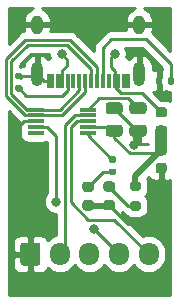
<source format=gtl>
G04 #@! TF.GenerationSoftware,KiCad,Pcbnew,(5.1.12)-1*
G04 #@! TF.CreationDate,2022-09-04T19:37:19+09:00*
G04 #@! TF.ProjectId,AT,41542e6b-6963-4616-945f-706362585858,rev?*
G04 #@! TF.SameCoordinates,PX791ddc0PY4323800*
G04 #@! TF.FileFunction,Copper,L1,Top*
G04 #@! TF.FilePolarity,Positive*
%FSLAX46Y46*%
G04 Gerber Fmt 4.6, Leading zero omitted, Abs format (unit mm)*
G04 Created by KiCad (PCBNEW (5.1.12)-1) date 2022-09-04 19:37:19*
%MOMM*%
%LPD*%
G01*
G04 APERTURE LIST*
G04 #@! TA.AperFunction,SMDPad,CuDef*
%ADD10R,1.400000X0.300000*%
G04 #@! TD*
G04 #@! TA.AperFunction,ComponentPad*
%ADD11O,1.700000X1.950000*%
G04 #@! TD*
G04 #@! TA.AperFunction,SMDPad,CuDef*
%ADD12R,0.300000X1.150000*%
G04 #@! TD*
G04 #@! TA.AperFunction,ComponentPad*
%ADD13O,1.000000X1.600000*%
G04 #@! TD*
G04 #@! TA.AperFunction,ComponentPad*
%ADD14O,1.000000X2.100000*%
G04 #@! TD*
G04 #@! TA.AperFunction,ViaPad*
%ADD15C,0.800000*%
G04 #@! TD*
G04 #@! TA.AperFunction,Conductor*
%ADD16C,0.250000*%
G04 #@! TD*
G04 #@! TA.AperFunction,Conductor*
%ADD17C,1.000000*%
G04 #@! TD*
G04 #@! TA.AperFunction,Conductor*
%ADD18C,0.500000*%
G04 #@! TD*
G04 #@! TA.AperFunction,Conductor*
%ADD19C,0.254000*%
G04 #@! TD*
G04 #@! TA.AperFunction,Conductor*
%ADD20C,0.100000*%
G04 #@! TD*
G04 APERTURE END LIST*
D10*
G04 #@! TO.P,U1,10*
G04 #@! TO.N,Net-(C2-Pad1)*
X7350000Y-9220000D03*
G04 #@! TO.P,U1,9*
G04 #@! TO.N,Net-(J2-Pad2)*
X7350000Y-9720000D03*
G04 #@! TO.P,U1,8*
G04 #@! TO.N,Net-(J2-Pad5)*
X7350000Y-10220000D03*
G04 #@! TO.P,U1,7*
G04 #@! TO.N,VCC*
X7350000Y-10720000D03*
G04 #@! TO.P,U1,6*
G04 #@! TO.N,Net-(R4-Pad1)*
X7350000Y-11220000D03*
G04 #@! TO.P,U1,5*
G04 #@! TO.N,N/C*
X2950000Y-11220000D03*
G04 #@! TO.P,U1,4*
G04 #@! TO.N,Net-(J2-Pad4)*
X2950000Y-10720000D03*
G04 #@! TO.P,U1,3*
G04 #@! TO.N,GND*
X2950000Y-10220000D03*
G04 #@! TO.P,U1,2*
G04 #@! TO.N,Net-(J1-PadA7)*
X2950000Y-9720000D03*
G04 #@! TO.P,U1,1*
G04 #@! TO.N,Net-(J1-PadA6)*
X2950000Y-9220000D03*
G04 #@! TD*
G04 #@! TO.P,R4,2*
G04 #@! TO.N,Net-(D1-Pad2)*
G04 #@! TA.AperFunction,SMDPad,CuDef*
G36*
G01*
X9265000Y-14210000D02*
X9635000Y-14210000D01*
G75*
G02*
X9770000Y-14345000I0J-135000D01*
G01*
X9770000Y-14615000D01*
G75*
G02*
X9635000Y-14750000I-135000J0D01*
G01*
X9265000Y-14750000D01*
G75*
G02*
X9130000Y-14615000I0J135000D01*
G01*
X9130000Y-14345000D01*
G75*
G02*
X9265000Y-14210000I135000J0D01*
G01*
G37*
G04 #@! TD.AperFunction*
G04 #@! TO.P,R4,1*
G04 #@! TO.N,Net-(R4-Pad1)*
G04 #@! TA.AperFunction,SMDPad,CuDef*
G36*
G01*
X9265000Y-13190000D02*
X9635000Y-13190000D01*
G75*
G02*
X9770000Y-13325000I0J-135000D01*
G01*
X9770000Y-13595000D01*
G75*
G02*
X9635000Y-13730000I-135000J0D01*
G01*
X9265000Y-13730000D01*
G75*
G02*
X9130000Y-13595000I0J135000D01*
G01*
X9130000Y-13325000D01*
G75*
G02*
X9265000Y-13190000I135000J0D01*
G01*
G37*
G04 #@! TD.AperFunction*
G04 #@! TD*
G04 #@! TO.P,R3,2*
G04 #@! TO.N,VCC*
G04 #@! TA.AperFunction,SMDPad,CuDef*
G36*
G01*
X11665000Y-16115000D02*
X11115000Y-16115000D01*
G75*
G02*
X10915000Y-15915000I0J200000D01*
G01*
X10915000Y-15515000D01*
G75*
G02*
X11115000Y-15315000I200000J0D01*
G01*
X11665000Y-15315000D01*
G75*
G02*
X11865000Y-15515000I0J-200000D01*
G01*
X11865000Y-15915000D01*
G75*
G02*
X11665000Y-16115000I-200000J0D01*
G01*
G37*
G04 #@! TD.AperFunction*
G04 #@! TO.P,R3,1*
G04 #@! TO.N,Net-(D2-Pad2)*
G04 #@! TA.AperFunction,SMDPad,CuDef*
G36*
G01*
X11665000Y-17765000D02*
X11115000Y-17765000D01*
G75*
G02*
X10915000Y-17565000I0J200000D01*
G01*
X10915000Y-17165000D01*
G75*
G02*
X11115000Y-16965000I200000J0D01*
G01*
X11665000Y-16965000D01*
G75*
G02*
X11865000Y-17165000I0J-200000D01*
G01*
X11865000Y-17565000D01*
G75*
G02*
X11665000Y-17765000I-200000J0D01*
G01*
G37*
G04 #@! TD.AperFunction*
G04 #@! TD*
G04 #@! TO.P,R2,2*
G04 #@! TO.N,Net-(J1-PadA5)*
G04 #@! TA.AperFunction,SMDPad,CuDef*
G36*
G01*
X14150000Y-6975000D02*
X14150000Y-6605000D01*
G75*
G02*
X14285000Y-6470000I135000J0D01*
G01*
X14555000Y-6470000D01*
G75*
G02*
X14690000Y-6605000I0J-135000D01*
G01*
X14690000Y-6975000D01*
G75*
G02*
X14555000Y-7110000I-135000J0D01*
G01*
X14285000Y-7110000D01*
G75*
G02*
X14150000Y-6975000I0J135000D01*
G01*
G37*
G04 #@! TD.AperFunction*
G04 #@! TO.P,R2,1*
G04 #@! TO.N,GND*
G04 #@! TA.AperFunction,SMDPad,CuDef*
G36*
G01*
X13130000Y-6975000D02*
X13130000Y-6605000D01*
G75*
G02*
X13265000Y-6470000I135000J0D01*
G01*
X13535000Y-6470000D01*
G75*
G02*
X13670000Y-6605000I0J-135000D01*
G01*
X13670000Y-6975000D01*
G75*
G02*
X13535000Y-7110000I-135000J0D01*
G01*
X13265000Y-7110000D01*
G75*
G02*
X13130000Y-6975000I0J135000D01*
G01*
G37*
G04 #@! TD.AperFunction*
G04 #@! TD*
G04 #@! TO.P,R1,2*
G04 #@! TO.N,Net-(J1-PadB5)*
G04 #@! TA.AperFunction,SMDPad,CuDef*
G36*
G01*
X1345000Y-7150000D02*
X1715000Y-7150000D01*
G75*
G02*
X1850000Y-7285000I0J-135000D01*
G01*
X1850000Y-7555000D01*
G75*
G02*
X1715000Y-7690000I-135000J0D01*
G01*
X1345000Y-7690000D01*
G75*
G02*
X1210000Y-7555000I0J135000D01*
G01*
X1210000Y-7285000D01*
G75*
G02*
X1345000Y-7150000I135000J0D01*
G01*
G37*
G04 #@! TD.AperFunction*
G04 #@! TO.P,R1,1*
G04 #@! TO.N,GND*
G04 #@! TA.AperFunction,SMDPad,CuDef*
G36*
G01*
X1345000Y-6130000D02*
X1715000Y-6130000D01*
G75*
G02*
X1850000Y-6265000I0J-135000D01*
G01*
X1850000Y-6535000D01*
G75*
G02*
X1715000Y-6670000I-135000J0D01*
G01*
X1345000Y-6670000D01*
G75*
G02*
X1210000Y-6535000I0J135000D01*
G01*
X1210000Y-6265000D01*
G75*
G02*
X1345000Y-6130000I135000J0D01*
G01*
G37*
G04 #@! TD.AperFunction*
G04 #@! TD*
D11*
G04 #@! TO.P,J2,5*
G04 #@! TO.N,Net-(J2-Pad5)*
X12510000Y-21460000D03*
G04 #@! TO.P,J2,4*
G04 #@! TO.N,Net-(J2-Pad4)*
X10010000Y-21460000D03*
G04 #@! TO.P,J2,3*
G04 #@! TO.N,N/C*
X7510000Y-21460000D03*
G04 #@! TO.P,J2,2*
G04 #@! TO.N,Net-(J2-Pad2)*
X5010000Y-21460000D03*
G04 #@! TO.P,J2,1*
G04 #@! TO.N,GND*
G04 #@! TA.AperFunction,ComponentPad*
G36*
G01*
X1660000Y-22185000D02*
X1660000Y-20735000D01*
G75*
G02*
X1910000Y-20485000I250000J0D01*
G01*
X3110000Y-20485000D01*
G75*
G02*
X3360000Y-20735000I0J-250000D01*
G01*
X3360000Y-22185000D01*
G75*
G02*
X3110000Y-22435000I-250000J0D01*
G01*
X1910000Y-22435000D01*
G75*
G02*
X1660000Y-22185000I0J250000D01*
G01*
G37*
G04 #@! TD.AperFunction*
G04 #@! TD*
D12*
G04 #@! TO.P,J1,A12*
G04 #@! TO.N,GND*
X4050000Y-6770000D03*
G04 #@! TO.P,J1,A9*
G04 #@! TO.N,Net-(F1-Pad2)*
X4850000Y-6770000D03*
G04 #@! TO.P,J1,B9*
X9650000Y-6770000D03*
G04 #@! TO.P,J1,B12*
G04 #@! TO.N,GND*
X10450000Y-6770000D03*
G04 #@! TO.P,J1,A1*
X10750000Y-6770000D03*
G04 #@! TO.P,J1,A4*
G04 #@! TO.N,Net-(F1-Pad2)*
X9950000Y-6770000D03*
G04 #@! TO.P,J1,B8*
G04 #@! TO.N,N/C*
X9150000Y-6770000D03*
G04 #@! TO.P,J1,A5*
G04 #@! TO.N,Net-(J1-PadA5)*
X8650000Y-6770000D03*
G04 #@! TO.P,J1,B7*
G04 #@! TO.N,Net-(J1-PadA7)*
X8150000Y-6770000D03*
G04 #@! TO.P,J1,A6*
G04 #@! TO.N,Net-(J1-PadA6)*
X7650000Y-6770000D03*
G04 #@! TO.P,J1,A7*
G04 #@! TO.N,Net-(J1-PadA7)*
X7150000Y-6770000D03*
G04 #@! TO.P,J1,B6*
G04 #@! TO.N,Net-(J1-PadA6)*
X6650000Y-6770000D03*
G04 #@! TO.P,J1,A8*
G04 #@! TO.N,N/C*
X6150000Y-6770000D03*
G04 #@! TO.P,J1,B5*
G04 #@! TO.N,Net-(J1-PadB5)*
X5650000Y-6770000D03*
G04 #@! TO.P,J1,B4*
G04 #@! TO.N,Net-(F1-Pad2)*
X5150000Y-6770000D03*
G04 #@! TO.P,J1,B1*
G04 #@! TO.N,GND*
X4350000Y-6770000D03*
D13*
G04 #@! TO.P,J1,S1*
X3080000Y-2025000D03*
X11720000Y-2025000D03*
D14*
X3080000Y-6205000D03*
X11720000Y-6205000D03*
G04 #@! TD*
G04 #@! TO.P,F1,2*
G04 #@! TO.N,Net-(F1-Pad2)*
G04 #@! TA.AperFunction,SMDPad,CuDef*
G36*
G01*
X13846250Y-9890000D02*
X13333750Y-9890000D01*
G75*
G02*
X13115000Y-9671250I0J218750D01*
G01*
X13115000Y-9233750D01*
G75*
G02*
X13333750Y-9015000I218750J0D01*
G01*
X13846250Y-9015000D01*
G75*
G02*
X14065000Y-9233750I0J-218750D01*
G01*
X14065000Y-9671250D01*
G75*
G02*
X13846250Y-9890000I-218750J0D01*
G01*
G37*
G04 #@! TD.AperFunction*
G04 #@! TO.P,F1,1*
G04 #@! TO.N,VCC*
G04 #@! TA.AperFunction,SMDPad,CuDef*
G36*
G01*
X13846250Y-11465000D02*
X13333750Y-11465000D01*
G75*
G02*
X13115000Y-11246250I0J218750D01*
G01*
X13115000Y-10808750D01*
G75*
G02*
X13333750Y-10590000I218750J0D01*
G01*
X13846250Y-10590000D01*
G75*
G02*
X14065000Y-10808750I0J-218750D01*
G01*
X14065000Y-11246250D01*
G75*
G02*
X13846250Y-11465000I-218750J0D01*
G01*
G37*
G04 #@! TD.AperFunction*
G04 #@! TD*
G04 #@! TO.P,D2,2*
G04 #@! TO.N,Net-(D2-Pad2)*
G04 #@! TA.AperFunction,SMDPad,CuDef*
G36*
G01*
X9426250Y-16172500D02*
X8913750Y-16172500D01*
G75*
G02*
X8695000Y-15953750I0J218750D01*
G01*
X8695000Y-15516250D01*
G75*
G02*
X8913750Y-15297500I218750J0D01*
G01*
X9426250Y-15297500D01*
G75*
G02*
X9645000Y-15516250I0J-218750D01*
G01*
X9645000Y-15953750D01*
G75*
G02*
X9426250Y-16172500I-218750J0D01*
G01*
G37*
G04 #@! TD.AperFunction*
G04 #@! TO.P,D2,1*
G04 #@! TO.N,GND*
G04 #@! TA.AperFunction,SMDPad,CuDef*
G36*
G01*
X9426250Y-17747500D02*
X8913750Y-17747500D01*
G75*
G02*
X8695000Y-17528750I0J218750D01*
G01*
X8695000Y-17091250D01*
G75*
G02*
X8913750Y-16872500I218750J0D01*
G01*
X9426250Y-16872500D01*
G75*
G02*
X9645000Y-17091250I0J-218750D01*
G01*
X9645000Y-17528750D01*
G75*
G02*
X9426250Y-17747500I-218750J0D01*
G01*
G37*
G04 #@! TD.AperFunction*
G04 #@! TD*
G04 #@! TO.P,D1,2*
G04 #@! TO.N,Net-(D1-Pad2)*
G04 #@! TA.AperFunction,SMDPad,CuDef*
G36*
G01*
X7646250Y-16192500D02*
X7133750Y-16192500D01*
G75*
G02*
X6915000Y-15973750I0J218750D01*
G01*
X6915000Y-15536250D01*
G75*
G02*
X7133750Y-15317500I218750J0D01*
G01*
X7646250Y-15317500D01*
G75*
G02*
X7865000Y-15536250I0J-218750D01*
G01*
X7865000Y-15973750D01*
G75*
G02*
X7646250Y-16192500I-218750J0D01*
G01*
G37*
G04 #@! TD.AperFunction*
G04 #@! TO.P,D1,1*
G04 #@! TO.N,GND*
G04 #@! TA.AperFunction,SMDPad,CuDef*
G36*
G01*
X7646250Y-17767500D02*
X7133750Y-17767500D01*
G75*
G02*
X6915000Y-17548750I0J218750D01*
G01*
X6915000Y-17111250D01*
G75*
G02*
X7133750Y-16892500I218750J0D01*
G01*
X7646250Y-16892500D01*
G75*
G02*
X7865000Y-17111250I0J-218750D01*
G01*
X7865000Y-17548750D01*
G75*
G02*
X7646250Y-17767500I-218750J0D01*
G01*
G37*
G04 #@! TD.AperFunction*
G04 #@! TD*
G04 #@! TO.P,C3,2*
G04 #@! TO.N,GND*
G04 #@! TA.AperFunction,SMDPad,CuDef*
G36*
G01*
X10075000Y-9600000D02*
X9125000Y-9600000D01*
G75*
G02*
X8875000Y-9350000I0J250000D01*
G01*
X8875000Y-8850000D01*
G75*
G02*
X9125000Y-8600000I250000J0D01*
G01*
X10075000Y-8600000D01*
G75*
G02*
X10325000Y-8850000I0J-250000D01*
G01*
X10325000Y-9350000D01*
G75*
G02*
X10075000Y-9600000I-250000J0D01*
G01*
G37*
G04 #@! TD.AperFunction*
G04 #@! TO.P,C3,1*
G04 #@! TO.N,VCC*
G04 #@! TA.AperFunction,SMDPad,CuDef*
G36*
G01*
X10075000Y-11500000D02*
X9125000Y-11500000D01*
G75*
G02*
X8875000Y-11250000I0J250000D01*
G01*
X8875000Y-10750000D01*
G75*
G02*
X9125000Y-10500000I250000J0D01*
G01*
X10075000Y-10500000D01*
G75*
G02*
X10325000Y-10750000I0J-250000D01*
G01*
X10325000Y-11250000D01*
G75*
G02*
X10075000Y-11500000I-250000J0D01*
G01*
G37*
G04 #@! TD.AperFunction*
G04 #@! TD*
G04 #@! TO.P,C2,2*
G04 #@! TO.N,GND*
G04 #@! TA.AperFunction,SMDPad,CuDef*
G36*
G01*
X11145000Y-10500000D02*
X12095000Y-10500000D01*
G75*
G02*
X12345000Y-10750000I0J-250000D01*
G01*
X12345000Y-11250000D01*
G75*
G02*
X12095000Y-11500000I-250000J0D01*
G01*
X11145000Y-11500000D01*
G75*
G02*
X10895000Y-11250000I0J250000D01*
G01*
X10895000Y-10750000D01*
G75*
G02*
X11145000Y-10500000I250000J0D01*
G01*
G37*
G04 #@! TD.AperFunction*
G04 #@! TO.P,C2,1*
G04 #@! TO.N,Net-(C2-Pad1)*
G04 #@! TA.AperFunction,SMDPad,CuDef*
G36*
G01*
X11145000Y-8600000D02*
X12095000Y-8600000D01*
G75*
G02*
X12345000Y-8850000I0J-250000D01*
G01*
X12345000Y-9350000D01*
G75*
G02*
X12095000Y-9600000I-250000J0D01*
G01*
X11145000Y-9600000D01*
G75*
G02*
X10895000Y-9350000I0J250000D01*
G01*
X10895000Y-8850000D01*
G75*
G02*
X11145000Y-8600000I250000J0D01*
G01*
G37*
G04 #@! TD.AperFunction*
G04 #@! TD*
G04 #@! TO.P,C1,2*
G04 #@! TO.N,GND*
G04 #@! TA.AperFunction,SMDPad,CuDef*
G36*
G01*
X13330000Y-13725000D02*
X13830000Y-13725000D01*
G75*
G02*
X14055000Y-13950000I0J-225000D01*
G01*
X14055000Y-14400000D01*
G75*
G02*
X13830000Y-14625000I-225000J0D01*
G01*
X13330000Y-14625000D01*
G75*
G02*
X13105000Y-14400000I0J225000D01*
G01*
X13105000Y-13950000D01*
G75*
G02*
X13330000Y-13725000I225000J0D01*
G01*
G37*
G04 #@! TD.AperFunction*
G04 #@! TO.P,C1,1*
G04 #@! TO.N,VCC*
G04 #@! TA.AperFunction,SMDPad,CuDef*
G36*
G01*
X13330000Y-12175000D02*
X13830000Y-12175000D01*
G75*
G02*
X14055000Y-12400000I0J-225000D01*
G01*
X14055000Y-12850000D01*
G75*
G02*
X13830000Y-13075000I-225000J0D01*
G01*
X13330000Y-13075000D01*
G75*
G02*
X13105000Y-12850000I0J225000D01*
G01*
X13105000Y-12400000D01*
G75*
G02*
X13330000Y-12175000I225000J0D01*
G01*
G37*
G04 #@! TD.AperFunction*
G04 #@! TD*
D15*
G04 #@! TO.N,GND*
X11260000Y-12210000D03*
X12510000Y-18870000D03*
X1760000Y-14120000D03*
X5390000Y-24240000D03*
X13750000Y-2120000D03*
X7830000Y-1310000D03*
X1340000Y-1480000D03*
G04 #@! TO.N,Net-(F1-Pad2)*
X9630000Y-4510000D03*
X5150000Y-4520000D03*
G04 #@! TO.N,Net-(J2-Pad4)*
X4660000Y-17020000D03*
X7920000Y-19370000D03*
G04 #@! TD*
D16*
G04 #@! TO.N,GND*
X7410000Y-17310000D02*
X7390000Y-17330000D01*
X9170000Y-17310000D02*
X7410000Y-17310000D01*
X11500000Y-11000000D02*
X11620000Y-11000000D01*
X9600000Y-9100000D02*
X11500000Y-11000000D01*
X4350000Y-6770000D02*
X4050000Y-6770000D01*
X3645000Y-6770000D02*
X3080000Y-6205000D01*
X4050000Y-6770000D02*
X3645000Y-6770000D01*
X2885000Y-6400000D02*
X3080000Y-6205000D01*
X1530000Y-6400000D02*
X2885000Y-6400000D01*
X11260000Y-11360000D02*
X11620000Y-11000000D01*
X11260000Y-12210000D02*
X11260000Y-11360000D01*
X10730000Y-18870000D02*
X12510000Y-18870000D01*
X9170000Y-17310000D02*
X10730000Y-18870000D01*
X2000000Y-10220000D02*
X1060000Y-11160000D01*
X2950000Y-10220000D02*
X2000000Y-10220000D01*
X1060000Y-13420000D02*
X1760000Y-14120000D01*
X1060000Y-11160000D02*
X1060000Y-13420000D01*
G04 #@! TO.N,VCC*
X9320000Y-10720000D02*
X9600000Y-11000000D01*
X7350000Y-10720000D02*
X9320000Y-10720000D01*
D17*
X13580000Y-11037500D02*
X13590000Y-11027500D01*
X13580000Y-12625000D02*
X13580000Y-11037500D01*
D18*
X11390000Y-14815000D02*
X11390000Y-15715000D01*
X13580000Y-12625000D02*
X11390000Y-14815000D01*
D16*
X13269999Y-12935001D02*
X13580000Y-12625000D01*
X10911999Y-12935001D02*
X13269999Y-12935001D01*
X9600000Y-11623002D02*
X10911999Y-12935001D01*
X9600000Y-11000000D02*
X9600000Y-11623002D01*
G04 #@! TO.N,Net-(C2-Pad1)*
X7350000Y-9220000D02*
X8295010Y-8274990D01*
X10794990Y-8274990D02*
X8295010Y-8274990D01*
X11620000Y-9100000D02*
X10794990Y-8274990D01*
G04 #@! TO.N,Net-(D1-Pad2)*
X8665000Y-14480000D02*
X9450000Y-14480000D01*
X7390000Y-15755000D02*
X8665000Y-14480000D01*
G04 #@! TO.N,Net-(D2-Pad2)*
X10800000Y-17365000D02*
X9170000Y-15735000D01*
X11390000Y-17365000D02*
X10800000Y-17365000D01*
G04 #@! TO.N,Net-(F1-Pad2)*
X13590000Y-9452500D02*
X12017500Y-7880000D01*
X10194978Y-7824980D02*
X11962480Y-7824980D01*
X11962480Y-7824980D02*
X12017500Y-7880000D01*
X9650000Y-7280002D02*
X10194978Y-7824980D01*
X9650000Y-6770000D02*
X9650000Y-7280002D01*
X4850000Y-6770000D02*
X5150000Y-6770000D01*
X9650000Y-6770000D02*
X9950000Y-6770000D01*
X9650000Y-5945000D02*
X9340000Y-5635000D01*
X9650000Y-6770000D02*
X9650000Y-5945000D01*
X9340000Y-5635000D02*
X9340000Y-4860000D01*
X9340000Y-4860000D02*
X9340000Y-4800000D01*
X9340000Y-4800000D02*
X9630000Y-4510000D01*
X9630000Y-4510000D02*
X9630000Y-4510000D01*
X5150000Y-5945000D02*
X5620000Y-5475000D01*
X5150000Y-6770000D02*
X5150000Y-5945000D01*
X5620000Y-4990000D02*
X5150000Y-4520000D01*
X5620000Y-5475000D02*
X5620000Y-4990000D01*
G04 #@! TO.N,Net-(J1-PadA5)*
X14420000Y-5380000D02*
X14420000Y-6790000D01*
X12310000Y-3270000D02*
X14420000Y-5380000D01*
X9370000Y-3270000D02*
X12310000Y-3270000D01*
X8650000Y-3990000D02*
X9370000Y-3270000D01*
X8650000Y-6770000D02*
X8650000Y-3990000D01*
G04 #@! TO.N,Net-(J1-PadA7)*
X7150000Y-7716412D02*
X7150000Y-6770000D01*
X5146412Y-9720000D02*
X7150000Y-7716412D01*
X2950000Y-9720000D02*
X5146412Y-9720000D01*
X2083036Y-9720000D02*
X2950000Y-9720000D01*
X434980Y-8071944D02*
X2083036Y-9720000D01*
X434980Y-4948610D02*
X434980Y-8071944D01*
X2083600Y-3299990D02*
X434980Y-4948610D01*
X5819402Y-3299990D02*
X2083600Y-3299990D01*
X8150000Y-5630588D02*
X5819402Y-3299990D01*
X8150000Y-6770000D02*
X8150000Y-5630588D01*
G04 #@! TO.N,Net-(J1-PadA6)*
X6650000Y-7580002D02*
X6650000Y-6770000D01*
X5010002Y-9220000D02*
X6650000Y-7580002D01*
X2950000Y-9220000D02*
X5010002Y-9220000D01*
X2219446Y-9220000D02*
X2950000Y-9220000D01*
X884990Y-7885544D02*
X2219446Y-9220000D01*
X884990Y-5135010D02*
X884990Y-7885544D01*
X2270000Y-3750000D02*
X884990Y-5135010D01*
X5633002Y-3750000D02*
X2270000Y-3750000D01*
X7650000Y-5766998D02*
X5633002Y-3750000D01*
X7650000Y-6770000D02*
X7650000Y-5766998D01*
G04 #@! TO.N,Net-(J1-PadB5)*
X1530000Y-7420000D02*
X2170000Y-8060000D01*
X5170002Y-8060000D02*
X5650000Y-7580002D01*
X5650000Y-7580002D02*
X5650000Y-6770000D01*
X2170000Y-8060000D02*
X5170002Y-8060000D01*
G04 #@! TO.N,Net-(J2-Pad5)*
X5903003Y-10731995D02*
X6414998Y-10220000D01*
X6414998Y-10220000D02*
X7350000Y-10220000D01*
X5903003Y-17086997D02*
X5903003Y-10731995D01*
X7376006Y-18560000D02*
X5903003Y-17086997D01*
X9610000Y-18560000D02*
X7376006Y-18560000D01*
X12510000Y-21460000D02*
X9610000Y-18560000D01*
G04 #@! TO.N,Net-(J2-Pad4)*
X3900000Y-10720000D02*
X4660000Y-11480000D01*
X2950000Y-10720000D02*
X3900000Y-10720000D01*
X4660000Y-11480000D02*
X4660000Y-17020000D01*
X4660000Y-17020000D02*
X4660000Y-17020000D01*
X10010000Y-21460000D02*
X7920000Y-19370000D01*
X7920000Y-19370000D02*
X7910000Y-19360000D01*
G04 #@! TO.N,Net-(J2-Pad2)*
X5452993Y-21017007D02*
X5010000Y-21460000D01*
X5452993Y-10545595D02*
X5452993Y-21017007D01*
X6278588Y-9720000D02*
X5452993Y-10545595D01*
X7350000Y-9720000D02*
X6278588Y-9720000D01*
G04 #@! TO.N,Net-(R4-Pad1)*
X7350000Y-11360000D02*
X9450000Y-13460000D01*
X7350000Y-11220000D02*
X7350000Y-11360000D01*
G04 #@! TD*
D19*
G04 #@! TO.N,GND*
X1519237Y-10231003D02*
X1543035Y-10260001D01*
X1572033Y-10283799D01*
X1615000Y-10319061D01*
X1615000Y-10347002D01*
X1649045Y-10347002D01*
X1653070Y-10350305D01*
X1647247Y-10369503D01*
X1615000Y-10401750D01*
X1622102Y-10466698D01*
X1611928Y-10570000D01*
X1611928Y-10870000D01*
X1621777Y-10970000D01*
X1611928Y-11070000D01*
X1611928Y-11370000D01*
X1624188Y-11494482D01*
X1660498Y-11614180D01*
X1719463Y-11724494D01*
X1798815Y-11821185D01*
X1895506Y-11900537D01*
X2005820Y-11959502D01*
X2125518Y-11995812D01*
X2250000Y-12008072D01*
X3650000Y-12008072D01*
X3774482Y-11995812D01*
X3894180Y-11959502D01*
X3900000Y-11956391D01*
X3900001Y-16316288D01*
X3856063Y-16360226D01*
X3742795Y-16529744D01*
X3664774Y-16718102D01*
X3625000Y-16918061D01*
X3625000Y-17121939D01*
X3664774Y-17321898D01*
X3742795Y-17510256D01*
X3856063Y-17679774D01*
X4000226Y-17823937D01*
X4169744Y-17937205D01*
X4358102Y-18015226D01*
X4558061Y-18055000D01*
X4692994Y-18055000D01*
X4692994Y-19879342D01*
X4438966Y-19956401D01*
X4180986Y-20094294D01*
X3960055Y-20275608D01*
X3949502Y-20240820D01*
X3890537Y-20130506D01*
X3811185Y-20033815D01*
X3714494Y-19954463D01*
X3604180Y-19895498D01*
X3484482Y-19859188D01*
X3360000Y-19846928D01*
X2795750Y-19850000D01*
X2637000Y-20008750D01*
X2637000Y-21333000D01*
X2657000Y-21333000D01*
X2657000Y-21587000D01*
X2637000Y-21587000D01*
X2637000Y-22911250D01*
X2795750Y-23070000D01*
X3360000Y-23073072D01*
X3484482Y-23060812D01*
X3604180Y-23024502D01*
X3714494Y-22965537D01*
X3811185Y-22886185D01*
X3890537Y-22789494D01*
X3949502Y-22679180D01*
X3960055Y-22644392D01*
X4180987Y-22825706D01*
X4438967Y-22963599D01*
X4718890Y-23048513D01*
X5010000Y-23077185D01*
X5301111Y-23048513D01*
X5581034Y-22963599D01*
X5839014Y-22825706D01*
X6065134Y-22640134D01*
X6250706Y-22414014D01*
X6260000Y-22396626D01*
X6269294Y-22414014D01*
X6454866Y-22640134D01*
X6680987Y-22825706D01*
X6938967Y-22963599D01*
X7218890Y-23048513D01*
X7510000Y-23077185D01*
X7801111Y-23048513D01*
X8081034Y-22963599D01*
X8339014Y-22825706D01*
X8565134Y-22640134D01*
X8750706Y-22414014D01*
X8760000Y-22396626D01*
X8769294Y-22414014D01*
X8954866Y-22640134D01*
X9180987Y-22825706D01*
X9438967Y-22963599D01*
X9718890Y-23048513D01*
X10010000Y-23077185D01*
X10301111Y-23048513D01*
X10581034Y-22963599D01*
X10839014Y-22825706D01*
X11065134Y-22640134D01*
X11250706Y-22414014D01*
X11260000Y-22396626D01*
X11269294Y-22414014D01*
X11454866Y-22640134D01*
X11680987Y-22825706D01*
X11938967Y-22963599D01*
X12218890Y-23048513D01*
X12510000Y-23077185D01*
X12801111Y-23048513D01*
X13081034Y-22963599D01*
X13339014Y-22825706D01*
X13565134Y-22640134D01*
X13750706Y-22414014D01*
X13888599Y-22156033D01*
X13973513Y-21876110D01*
X13995000Y-21657949D01*
X13995000Y-21262050D01*
X13973513Y-21043889D01*
X13888599Y-20763966D01*
X13750706Y-20505986D01*
X13565134Y-20279866D01*
X13339013Y-20094294D01*
X13081033Y-19956401D01*
X12801110Y-19871487D01*
X12510000Y-19842815D01*
X12218889Y-19871487D01*
X12048098Y-19923296D01*
X10193392Y-18068591D01*
X10234502Y-17991680D01*
X10260637Y-17905525D01*
X10288997Y-17928799D01*
X10375723Y-17999974D01*
X10412223Y-18019484D01*
X10418169Y-18030608D01*
X10522394Y-18157606D01*
X10649392Y-18261831D01*
X10794284Y-18339278D01*
X10951500Y-18386969D01*
X11115000Y-18403072D01*
X11665000Y-18403072D01*
X11828500Y-18386969D01*
X11985716Y-18339278D01*
X12130608Y-18261831D01*
X12257606Y-18157606D01*
X12361831Y-18030608D01*
X12439278Y-17885716D01*
X12486969Y-17728500D01*
X12503072Y-17565000D01*
X12503072Y-17165000D01*
X12486969Y-17001500D01*
X12439278Y-16844284D01*
X12361831Y-16699392D01*
X12257606Y-16572394D01*
X12218134Y-16540000D01*
X12257606Y-16507606D01*
X12361831Y-16380608D01*
X12439278Y-16235716D01*
X12486969Y-16078500D01*
X12503072Y-15915000D01*
X12503072Y-15515000D01*
X12486969Y-15351500D01*
X12439278Y-15194284D01*
X12377629Y-15078949D01*
X12540543Y-14916035D01*
X12574463Y-14979494D01*
X12653815Y-15076185D01*
X12750506Y-15155537D01*
X12860820Y-15214502D01*
X12980518Y-15250812D01*
X13105000Y-15263072D01*
X13294250Y-15260000D01*
X13453000Y-15101250D01*
X13453000Y-14302000D01*
X13433000Y-14302000D01*
X13433000Y-14048000D01*
X13453000Y-14048000D01*
X13453000Y-14028000D01*
X13707000Y-14028000D01*
X13707000Y-14048000D01*
X13727000Y-14048000D01*
X13727000Y-14302000D01*
X13707000Y-14302000D01*
X13707000Y-15101250D01*
X13865750Y-15260000D01*
X14055000Y-15263072D01*
X14179482Y-15250812D01*
X14299180Y-15214502D01*
X14340001Y-15192683D01*
X14340001Y-24940000D01*
X660000Y-24940000D01*
X660000Y-22435000D01*
X1021928Y-22435000D01*
X1034188Y-22559482D01*
X1070498Y-22679180D01*
X1129463Y-22789494D01*
X1208815Y-22886185D01*
X1305506Y-22965537D01*
X1415820Y-23024502D01*
X1535518Y-23060812D01*
X1660000Y-23073072D01*
X2224250Y-23070000D01*
X2383000Y-22911250D01*
X2383000Y-21587000D01*
X1183750Y-21587000D01*
X1025000Y-21745750D01*
X1021928Y-22435000D01*
X660000Y-22435000D01*
X660000Y-20485000D01*
X1021928Y-20485000D01*
X1025000Y-21174250D01*
X1183750Y-21333000D01*
X2383000Y-21333000D01*
X2383000Y-20008750D01*
X2224250Y-19850000D01*
X1660000Y-19846928D01*
X1535518Y-19859188D01*
X1415820Y-19895498D01*
X1305506Y-19954463D01*
X1208815Y-20033815D01*
X1129463Y-20130506D01*
X1070498Y-20240820D01*
X1034188Y-20360518D01*
X1021928Y-20485000D01*
X660000Y-20485000D01*
X660000Y-9371765D01*
X1519237Y-10231003D01*
G04 #@! TA.AperFunction,Conductor*
D20*
G36*
X1519237Y-10231003D02*
G01*
X1543035Y-10260001D01*
X1572033Y-10283799D01*
X1615000Y-10319061D01*
X1615000Y-10347002D01*
X1649045Y-10347002D01*
X1653070Y-10350305D01*
X1647247Y-10369503D01*
X1615000Y-10401750D01*
X1622102Y-10466698D01*
X1611928Y-10570000D01*
X1611928Y-10870000D01*
X1621777Y-10970000D01*
X1611928Y-11070000D01*
X1611928Y-11370000D01*
X1624188Y-11494482D01*
X1660498Y-11614180D01*
X1719463Y-11724494D01*
X1798815Y-11821185D01*
X1895506Y-11900537D01*
X2005820Y-11959502D01*
X2125518Y-11995812D01*
X2250000Y-12008072D01*
X3650000Y-12008072D01*
X3774482Y-11995812D01*
X3894180Y-11959502D01*
X3900000Y-11956391D01*
X3900001Y-16316288D01*
X3856063Y-16360226D01*
X3742795Y-16529744D01*
X3664774Y-16718102D01*
X3625000Y-16918061D01*
X3625000Y-17121939D01*
X3664774Y-17321898D01*
X3742795Y-17510256D01*
X3856063Y-17679774D01*
X4000226Y-17823937D01*
X4169744Y-17937205D01*
X4358102Y-18015226D01*
X4558061Y-18055000D01*
X4692994Y-18055000D01*
X4692994Y-19879342D01*
X4438966Y-19956401D01*
X4180986Y-20094294D01*
X3960055Y-20275608D01*
X3949502Y-20240820D01*
X3890537Y-20130506D01*
X3811185Y-20033815D01*
X3714494Y-19954463D01*
X3604180Y-19895498D01*
X3484482Y-19859188D01*
X3360000Y-19846928D01*
X2795750Y-19850000D01*
X2637000Y-20008750D01*
X2637000Y-21333000D01*
X2657000Y-21333000D01*
X2657000Y-21587000D01*
X2637000Y-21587000D01*
X2637000Y-22911250D01*
X2795750Y-23070000D01*
X3360000Y-23073072D01*
X3484482Y-23060812D01*
X3604180Y-23024502D01*
X3714494Y-22965537D01*
X3811185Y-22886185D01*
X3890537Y-22789494D01*
X3949502Y-22679180D01*
X3960055Y-22644392D01*
X4180987Y-22825706D01*
X4438967Y-22963599D01*
X4718890Y-23048513D01*
X5010000Y-23077185D01*
X5301111Y-23048513D01*
X5581034Y-22963599D01*
X5839014Y-22825706D01*
X6065134Y-22640134D01*
X6250706Y-22414014D01*
X6260000Y-22396626D01*
X6269294Y-22414014D01*
X6454866Y-22640134D01*
X6680987Y-22825706D01*
X6938967Y-22963599D01*
X7218890Y-23048513D01*
X7510000Y-23077185D01*
X7801111Y-23048513D01*
X8081034Y-22963599D01*
X8339014Y-22825706D01*
X8565134Y-22640134D01*
X8750706Y-22414014D01*
X8760000Y-22396626D01*
X8769294Y-22414014D01*
X8954866Y-22640134D01*
X9180987Y-22825706D01*
X9438967Y-22963599D01*
X9718890Y-23048513D01*
X10010000Y-23077185D01*
X10301111Y-23048513D01*
X10581034Y-22963599D01*
X10839014Y-22825706D01*
X11065134Y-22640134D01*
X11250706Y-22414014D01*
X11260000Y-22396626D01*
X11269294Y-22414014D01*
X11454866Y-22640134D01*
X11680987Y-22825706D01*
X11938967Y-22963599D01*
X12218890Y-23048513D01*
X12510000Y-23077185D01*
X12801111Y-23048513D01*
X13081034Y-22963599D01*
X13339014Y-22825706D01*
X13565134Y-22640134D01*
X13750706Y-22414014D01*
X13888599Y-22156033D01*
X13973513Y-21876110D01*
X13995000Y-21657949D01*
X13995000Y-21262050D01*
X13973513Y-21043889D01*
X13888599Y-20763966D01*
X13750706Y-20505986D01*
X13565134Y-20279866D01*
X13339013Y-20094294D01*
X13081033Y-19956401D01*
X12801110Y-19871487D01*
X12510000Y-19842815D01*
X12218889Y-19871487D01*
X12048098Y-19923296D01*
X10193392Y-18068591D01*
X10234502Y-17991680D01*
X10260637Y-17905525D01*
X10288997Y-17928799D01*
X10375723Y-17999974D01*
X10412223Y-18019484D01*
X10418169Y-18030608D01*
X10522394Y-18157606D01*
X10649392Y-18261831D01*
X10794284Y-18339278D01*
X10951500Y-18386969D01*
X11115000Y-18403072D01*
X11665000Y-18403072D01*
X11828500Y-18386969D01*
X11985716Y-18339278D01*
X12130608Y-18261831D01*
X12257606Y-18157606D01*
X12361831Y-18030608D01*
X12439278Y-17885716D01*
X12486969Y-17728500D01*
X12503072Y-17565000D01*
X12503072Y-17165000D01*
X12486969Y-17001500D01*
X12439278Y-16844284D01*
X12361831Y-16699392D01*
X12257606Y-16572394D01*
X12218134Y-16540000D01*
X12257606Y-16507606D01*
X12361831Y-16380608D01*
X12439278Y-16235716D01*
X12486969Y-16078500D01*
X12503072Y-15915000D01*
X12503072Y-15515000D01*
X12486969Y-15351500D01*
X12439278Y-15194284D01*
X12377629Y-15078949D01*
X12540543Y-14916035D01*
X12574463Y-14979494D01*
X12653815Y-15076185D01*
X12750506Y-15155537D01*
X12860820Y-15214502D01*
X12980518Y-15250812D01*
X13105000Y-15263072D01*
X13294250Y-15260000D01*
X13453000Y-15101250D01*
X13453000Y-14302000D01*
X13433000Y-14302000D01*
X13433000Y-14048000D01*
X13453000Y-14048000D01*
X13453000Y-14028000D01*
X13707000Y-14028000D01*
X13707000Y-14048000D01*
X13727000Y-14048000D01*
X13727000Y-14302000D01*
X13707000Y-14302000D01*
X13707000Y-15101250D01*
X13865750Y-15260000D01*
X14055000Y-15263072D01*
X14179482Y-15250812D01*
X14299180Y-15214502D01*
X14340001Y-15192683D01*
X14340001Y-24940000D01*
X660000Y-24940000D01*
X660000Y-22435000D01*
X1021928Y-22435000D01*
X1034188Y-22559482D01*
X1070498Y-22679180D01*
X1129463Y-22789494D01*
X1208815Y-22886185D01*
X1305506Y-22965537D01*
X1415820Y-23024502D01*
X1535518Y-23060812D01*
X1660000Y-23073072D01*
X2224250Y-23070000D01*
X2383000Y-22911250D01*
X2383000Y-21587000D01*
X1183750Y-21587000D01*
X1025000Y-21745750D01*
X1021928Y-22435000D01*
X660000Y-22435000D01*
X660000Y-20485000D01*
X1021928Y-20485000D01*
X1025000Y-21174250D01*
X1183750Y-21333000D01*
X2383000Y-21333000D01*
X2383000Y-20008750D01*
X2224250Y-19850000D01*
X1660000Y-19846928D01*
X1535518Y-19859188D01*
X1415820Y-19895498D01*
X1305506Y-19954463D01*
X1208815Y-20033815D01*
X1129463Y-20130506D01*
X1070498Y-20240820D01*
X1034188Y-20360518D01*
X1021928Y-20485000D01*
X660000Y-20485000D01*
X660000Y-9371765D01*
X1519237Y-10231003D01*
G37*
G04 #@! TD.AperFunction*
D19*
X9297000Y-17183000D02*
X9317000Y-17183000D01*
X9317000Y-17437000D01*
X9297000Y-17437000D01*
X9297000Y-17457000D01*
X9043000Y-17457000D01*
X9043000Y-17437000D01*
X8218750Y-17437000D01*
X8198750Y-17457000D01*
X7517000Y-17457000D01*
X7517000Y-17477000D01*
X7367808Y-17477000D01*
X7243000Y-17352193D01*
X7243000Y-17203000D01*
X7263000Y-17203000D01*
X7263000Y-17183000D01*
X7517000Y-17183000D01*
X7517000Y-17203000D01*
X8341250Y-17203000D01*
X8361250Y-17183000D01*
X9043000Y-17183000D01*
X9043000Y-17163000D01*
X9297000Y-17163000D01*
X9297000Y-17183000D01*
G04 #@! TA.AperFunction,Conductor*
D20*
G36*
X9297000Y-17183000D02*
G01*
X9317000Y-17183000D01*
X9317000Y-17437000D01*
X9297000Y-17437000D01*
X9297000Y-17457000D01*
X9043000Y-17457000D01*
X9043000Y-17437000D01*
X8218750Y-17437000D01*
X8198750Y-17457000D01*
X7517000Y-17457000D01*
X7517000Y-17477000D01*
X7367808Y-17477000D01*
X7243000Y-17352193D01*
X7243000Y-17203000D01*
X7263000Y-17203000D01*
X7263000Y-17183000D01*
X7517000Y-17183000D01*
X7517000Y-17203000D01*
X8341250Y-17203000D01*
X8361250Y-17183000D01*
X9043000Y-17183000D01*
X9043000Y-17163000D01*
X9297000Y-17163000D01*
X9297000Y-17183000D01*
G37*
G04 #@! TD.AperFunction*
D19*
X11747000Y-10873000D02*
X11767000Y-10873000D01*
X11767000Y-11127000D01*
X11747000Y-11127000D01*
X11747000Y-11976250D01*
X11905750Y-12135000D01*
X12345000Y-12138072D01*
X12445000Y-12128223D01*
X12445000Y-12175001D01*
X11226801Y-12175001D01*
X11187824Y-12136024D01*
X11334250Y-12135000D01*
X11493000Y-11976250D01*
X11493000Y-11127000D01*
X11473000Y-11127000D01*
X11473000Y-10873000D01*
X11493000Y-10873000D01*
X11493000Y-10853000D01*
X11747000Y-10853000D01*
X11747000Y-10873000D01*
G04 #@! TA.AperFunction,Conductor*
D20*
G36*
X11747000Y-10873000D02*
G01*
X11767000Y-10873000D01*
X11767000Y-11127000D01*
X11747000Y-11127000D01*
X11747000Y-11976250D01*
X11905750Y-12135000D01*
X12345000Y-12138072D01*
X12445000Y-12128223D01*
X12445000Y-12175001D01*
X11226801Y-12175001D01*
X11187824Y-12136024D01*
X11334250Y-12135000D01*
X11493000Y-11976250D01*
X11493000Y-11127000D01*
X11473000Y-11127000D01*
X11473000Y-10873000D01*
X11493000Y-10873000D01*
X11493000Y-10853000D01*
X11747000Y-10853000D01*
X11747000Y-10873000D01*
G37*
G04 #@! TD.AperFunction*
D19*
X9747000Y-9227000D02*
X9727000Y-9227000D01*
X9727000Y-9247000D01*
X9473000Y-9247000D01*
X9473000Y-9227000D01*
X9453000Y-9227000D01*
X9453000Y-9034990D01*
X9747000Y-9034990D01*
X9747000Y-9227000D01*
G04 #@! TA.AperFunction,Conductor*
D20*
G36*
X9747000Y-9227000D02*
G01*
X9727000Y-9227000D01*
X9727000Y-9247000D01*
X9473000Y-9247000D01*
X9473000Y-9227000D01*
X9453000Y-9227000D01*
X9453000Y-9034990D01*
X9747000Y-9034990D01*
X9747000Y-9227000D01*
G37*
G04 #@! TD.AperFunction*
D19*
X13660000Y-5694802D02*
X13660000Y-5860750D01*
X13527000Y-5993750D01*
X13527000Y-6453462D01*
X13526782Y-6454181D01*
X13511928Y-6605000D01*
X13511928Y-6975000D01*
X13526782Y-7125819D01*
X13527000Y-7126538D01*
X13527000Y-7586250D01*
X13685750Y-7745000D01*
X13802202Y-7734226D01*
X13921442Y-7696441D01*
X13961451Y-7674416D01*
X13989158Y-7689225D01*
X14134181Y-7733218D01*
X14285000Y-7748072D01*
X14340000Y-7748072D01*
X14340000Y-8535876D01*
X14322275Y-8521329D01*
X14174142Y-8442150D01*
X14013408Y-8393392D01*
X13846250Y-8376928D01*
X13589230Y-8376928D01*
X12922744Y-7710443D01*
X12997798Y-7734226D01*
X13114250Y-7745000D01*
X13273000Y-7586250D01*
X13273000Y-6917000D01*
X13253000Y-6917000D01*
X13253000Y-6663000D01*
X13273000Y-6663000D01*
X13273000Y-5993750D01*
X13114250Y-5835000D01*
X12997798Y-5845774D01*
X12878558Y-5883559D01*
X12855000Y-5896528D01*
X12855000Y-5528000D01*
X12808415Y-5309013D01*
X12720003Y-5103322D01*
X12593161Y-4918831D01*
X12432764Y-4762631D01*
X12244976Y-4640724D01*
X12021874Y-4560881D01*
X11847000Y-4687046D01*
X11847000Y-6078000D01*
X11867000Y-6078000D01*
X11867000Y-6332000D01*
X11847000Y-6332000D01*
X11847000Y-6352000D01*
X11593000Y-6352000D01*
X11593000Y-6332000D01*
X11573000Y-6332000D01*
X11573000Y-6078000D01*
X11593000Y-6078000D01*
X11593000Y-4687046D01*
X11418126Y-4560881D01*
X11195024Y-4640724D01*
X11007236Y-4762631D01*
X10846839Y-4918831D01*
X10845117Y-4921335D01*
X10744731Y-4854259D01*
X10626538Y-4805302D01*
X10665000Y-4611939D01*
X10665000Y-4408061D01*
X10625226Y-4208102D01*
X10551453Y-4030000D01*
X11995199Y-4030000D01*
X13660000Y-5694802D01*
G04 #@! TA.AperFunction,Conductor*
D20*
G36*
X13660000Y-5694802D02*
G01*
X13660000Y-5860750D01*
X13527000Y-5993750D01*
X13527000Y-6453462D01*
X13526782Y-6454181D01*
X13511928Y-6605000D01*
X13511928Y-6975000D01*
X13526782Y-7125819D01*
X13527000Y-7126538D01*
X13527000Y-7586250D01*
X13685750Y-7745000D01*
X13802202Y-7734226D01*
X13921442Y-7696441D01*
X13961451Y-7674416D01*
X13989158Y-7689225D01*
X14134181Y-7733218D01*
X14285000Y-7748072D01*
X14340000Y-7748072D01*
X14340000Y-8535876D01*
X14322275Y-8521329D01*
X14174142Y-8442150D01*
X14013408Y-8393392D01*
X13846250Y-8376928D01*
X13589230Y-8376928D01*
X12922744Y-7710443D01*
X12997798Y-7734226D01*
X13114250Y-7745000D01*
X13273000Y-7586250D01*
X13273000Y-6917000D01*
X13253000Y-6917000D01*
X13253000Y-6663000D01*
X13273000Y-6663000D01*
X13273000Y-5993750D01*
X13114250Y-5835000D01*
X12997798Y-5845774D01*
X12878558Y-5883559D01*
X12855000Y-5896528D01*
X12855000Y-5528000D01*
X12808415Y-5309013D01*
X12720003Y-5103322D01*
X12593161Y-4918831D01*
X12432764Y-4762631D01*
X12244976Y-4640724D01*
X12021874Y-4560881D01*
X11847000Y-4687046D01*
X11847000Y-6078000D01*
X11867000Y-6078000D01*
X11867000Y-6332000D01*
X11847000Y-6332000D01*
X11847000Y-6352000D01*
X11593000Y-6352000D01*
X11593000Y-6332000D01*
X11573000Y-6332000D01*
X11573000Y-6078000D01*
X11593000Y-6078000D01*
X11593000Y-4687046D01*
X11418126Y-4560881D01*
X11195024Y-4640724D01*
X11007236Y-4762631D01*
X10846839Y-4918831D01*
X10845117Y-4921335D01*
X10744731Y-4854259D01*
X10626538Y-4805302D01*
X10665000Y-4611939D01*
X10665000Y-4408061D01*
X10625226Y-4208102D01*
X10551453Y-4030000D01*
X11995199Y-4030000D01*
X13660000Y-5694802D01*
G37*
G04 #@! TD.AperFunction*
D19*
X1657000Y-6273000D02*
X1677000Y-6273000D01*
X1677000Y-6511928D01*
X1644990Y-6511928D01*
X1644990Y-6253000D01*
X1657000Y-6253000D01*
X1657000Y-6273000D01*
G04 #@! TA.AperFunction,Conductor*
D20*
G36*
X1657000Y-6273000D02*
G01*
X1677000Y-6273000D01*
X1677000Y-6511928D01*
X1644990Y-6511928D01*
X1644990Y-6253000D01*
X1657000Y-6253000D01*
X1657000Y-6273000D01*
G37*
G04 #@! TD.AperFunction*
D19*
X4115000Y-4621939D02*
X4153147Y-4813717D01*
X4055269Y-4854259D01*
X3954883Y-4921335D01*
X3953161Y-4918831D01*
X3792764Y-4762631D01*
X3604976Y-4640724D01*
X3381874Y-4560881D01*
X3207000Y-4687046D01*
X3207000Y-6078000D01*
X3227000Y-6078000D01*
X3227000Y-6332000D01*
X3207000Y-6332000D01*
X3207000Y-6352000D01*
X2953000Y-6352000D01*
X2953000Y-6332000D01*
X2933000Y-6332000D01*
X2933000Y-6078000D01*
X2953000Y-6078000D01*
X2953000Y-4687046D01*
X2778126Y-4560881D01*
X2555024Y-4640724D01*
X2367236Y-4762631D01*
X2206839Y-4918831D01*
X2079997Y-5103322D01*
X1991585Y-5309013D01*
X1950676Y-5501317D01*
X1842119Y-5491977D01*
X1815750Y-5495000D01*
X1657002Y-5653748D01*
X1657002Y-5495000D01*
X1644990Y-5495000D01*
X1644990Y-5449811D01*
X2584802Y-4510000D01*
X4115000Y-4510000D01*
X4115000Y-4621939D01*
G04 #@! TA.AperFunction,Conductor*
D20*
G36*
X4115000Y-4621939D02*
G01*
X4153147Y-4813717D01*
X4055269Y-4854259D01*
X3954883Y-4921335D01*
X3953161Y-4918831D01*
X3792764Y-4762631D01*
X3604976Y-4640724D01*
X3381874Y-4560881D01*
X3207000Y-4687046D01*
X3207000Y-6078000D01*
X3227000Y-6078000D01*
X3227000Y-6332000D01*
X3207000Y-6332000D01*
X3207000Y-6352000D01*
X2953000Y-6352000D01*
X2953000Y-6332000D01*
X2933000Y-6332000D01*
X2933000Y-6078000D01*
X2953000Y-6078000D01*
X2953000Y-4687046D01*
X2778126Y-4560881D01*
X2555024Y-4640724D01*
X2367236Y-4762631D01*
X2206839Y-4918831D01*
X2079997Y-5103322D01*
X1991585Y-5309013D01*
X1950676Y-5501317D01*
X1842119Y-5491977D01*
X1815750Y-5495000D01*
X1657002Y-5653748D01*
X1657002Y-5495000D01*
X1644990Y-5495000D01*
X1644990Y-5449811D01*
X2584802Y-4510000D01*
X4115000Y-4510000D01*
X4115000Y-4621939D01*
G37*
G04 #@! TD.AperFunction*
D19*
X2555024Y-710724D02*
X2367236Y-832631D01*
X2206839Y-988831D01*
X2079997Y-1173322D01*
X1991585Y-1379013D01*
X1945000Y-1598000D01*
X1945000Y-1898000D01*
X2953000Y-1898000D01*
X2953000Y-1878000D01*
X3207000Y-1878000D01*
X3207000Y-1898000D01*
X4215000Y-1898000D01*
X4215000Y-1598000D01*
X4168415Y-1379013D01*
X4080003Y-1173322D01*
X3953161Y-988831D01*
X3792764Y-832631D01*
X3604976Y-710724D01*
X3463240Y-660000D01*
X11336760Y-660000D01*
X11195024Y-710724D01*
X11007236Y-832631D01*
X10846839Y-988831D01*
X10719997Y-1173322D01*
X10631585Y-1379013D01*
X10585000Y-1598000D01*
X10585000Y-1898000D01*
X11593000Y-1898000D01*
X11593000Y-1878000D01*
X11847000Y-1878000D01*
X11847000Y-1898000D01*
X12855000Y-1898000D01*
X12855000Y-1598000D01*
X12808415Y-1379013D01*
X12720003Y-1173322D01*
X12593161Y-988831D01*
X12432764Y-832631D01*
X12244976Y-710724D01*
X12103240Y-660000D01*
X14340000Y-660000D01*
X14340000Y-4225198D01*
X12873804Y-2759003D01*
X12850001Y-2729999D01*
X12800508Y-2689382D01*
X12808415Y-2670987D01*
X12855000Y-2452000D01*
X12855000Y-2152000D01*
X11847000Y-2152000D01*
X11847000Y-2172000D01*
X11593000Y-2172000D01*
X11593000Y-2152000D01*
X10585000Y-2152000D01*
X10585000Y-2452000D01*
X10597338Y-2510000D01*
X9407325Y-2510000D01*
X9370000Y-2506324D01*
X9332675Y-2510000D01*
X9332667Y-2510000D01*
X9221014Y-2520997D01*
X9077753Y-2564454D01*
X8945724Y-2635026D01*
X8829999Y-2729999D01*
X8806201Y-2758998D01*
X8138998Y-3426201D01*
X8110000Y-3449999D01*
X8086202Y-3478997D01*
X8086201Y-3478998D01*
X8015026Y-3565724D01*
X7944454Y-3697754D01*
X7929721Y-3746324D01*
X7901309Y-3839991D01*
X7900998Y-3841015D01*
X7886324Y-3990000D01*
X7890001Y-4027332D01*
X7890001Y-4295787D01*
X6383206Y-2788993D01*
X6359403Y-2759989D01*
X6243678Y-2665016D01*
X6111649Y-2594444D01*
X5968388Y-2550987D01*
X5856735Y-2539990D01*
X5856724Y-2539990D01*
X5819402Y-2536314D01*
X5782080Y-2539990D01*
X4196282Y-2539990D01*
X4215000Y-2452000D01*
X4215000Y-2152000D01*
X3207000Y-2152000D01*
X3207000Y-2172000D01*
X2953000Y-2172000D01*
X2953000Y-2152000D01*
X1945000Y-2152000D01*
X1945000Y-2452000D01*
X1965412Y-2547954D01*
X1934614Y-2550987D01*
X1791353Y-2594444D01*
X1659324Y-2665016D01*
X1543599Y-2759989D01*
X1519801Y-2788987D01*
X660000Y-3648789D01*
X660000Y-660000D01*
X2696760Y-660000D01*
X2555024Y-710724D01*
G04 #@! TA.AperFunction,Conductor*
D20*
G36*
X2555024Y-710724D02*
G01*
X2367236Y-832631D01*
X2206839Y-988831D01*
X2079997Y-1173322D01*
X1991585Y-1379013D01*
X1945000Y-1598000D01*
X1945000Y-1898000D01*
X2953000Y-1898000D01*
X2953000Y-1878000D01*
X3207000Y-1878000D01*
X3207000Y-1898000D01*
X4215000Y-1898000D01*
X4215000Y-1598000D01*
X4168415Y-1379013D01*
X4080003Y-1173322D01*
X3953161Y-988831D01*
X3792764Y-832631D01*
X3604976Y-710724D01*
X3463240Y-660000D01*
X11336760Y-660000D01*
X11195024Y-710724D01*
X11007236Y-832631D01*
X10846839Y-988831D01*
X10719997Y-1173322D01*
X10631585Y-1379013D01*
X10585000Y-1598000D01*
X10585000Y-1898000D01*
X11593000Y-1898000D01*
X11593000Y-1878000D01*
X11847000Y-1878000D01*
X11847000Y-1898000D01*
X12855000Y-1898000D01*
X12855000Y-1598000D01*
X12808415Y-1379013D01*
X12720003Y-1173322D01*
X12593161Y-988831D01*
X12432764Y-832631D01*
X12244976Y-710724D01*
X12103240Y-660000D01*
X14340000Y-660000D01*
X14340000Y-4225198D01*
X12873804Y-2759003D01*
X12850001Y-2729999D01*
X12800508Y-2689382D01*
X12808415Y-2670987D01*
X12855000Y-2452000D01*
X12855000Y-2152000D01*
X11847000Y-2152000D01*
X11847000Y-2172000D01*
X11593000Y-2172000D01*
X11593000Y-2152000D01*
X10585000Y-2152000D01*
X10585000Y-2452000D01*
X10597338Y-2510000D01*
X9407325Y-2510000D01*
X9370000Y-2506324D01*
X9332675Y-2510000D01*
X9332667Y-2510000D01*
X9221014Y-2520997D01*
X9077753Y-2564454D01*
X8945724Y-2635026D01*
X8829999Y-2729999D01*
X8806201Y-2758998D01*
X8138998Y-3426201D01*
X8110000Y-3449999D01*
X8086202Y-3478997D01*
X8086201Y-3478998D01*
X8015026Y-3565724D01*
X7944454Y-3697754D01*
X7929721Y-3746324D01*
X7901309Y-3839991D01*
X7900998Y-3841015D01*
X7886324Y-3990000D01*
X7890001Y-4027332D01*
X7890001Y-4295787D01*
X6383206Y-2788993D01*
X6359403Y-2759989D01*
X6243678Y-2665016D01*
X6111649Y-2594444D01*
X5968388Y-2550987D01*
X5856735Y-2539990D01*
X5856724Y-2539990D01*
X5819402Y-2536314D01*
X5782080Y-2539990D01*
X4196282Y-2539990D01*
X4215000Y-2452000D01*
X4215000Y-2152000D01*
X3207000Y-2152000D01*
X3207000Y-2172000D01*
X2953000Y-2172000D01*
X2953000Y-2152000D01*
X1945000Y-2152000D01*
X1945000Y-2452000D01*
X1965412Y-2547954D01*
X1934614Y-2550987D01*
X1791353Y-2594444D01*
X1659324Y-2665016D01*
X1543599Y-2759989D01*
X1519801Y-2788987D01*
X660000Y-3648789D01*
X660000Y-660000D01*
X2696760Y-660000D01*
X2555024Y-710724D01*
G37*
G04 #@! TD.AperFunction*
G04 #@! TD*
M02*

</source>
